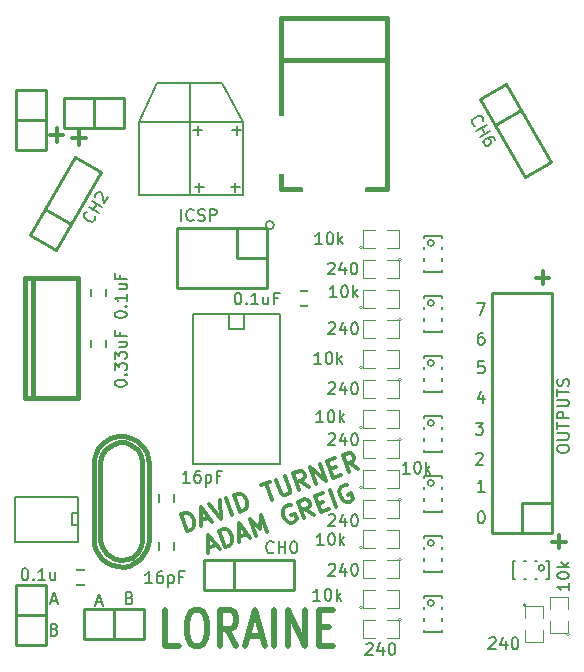
<source format=gto>
%FSLAX46Y46*%
G04 Gerber Fmt 4.6, Leading zero omitted, Abs format (unit mm)*
G04 Created by KiCad (PCBNEW (2014-jul-16 BZR unknown)-product) date Sun 27 Jul 2014 23:18:36 BST*
%MOMM*%
G01*
G04 APERTURE LIST*
%ADD10C,0.100000*%
%ADD11C,0.200000*%
%ADD12C,0.300000*%
%ADD13C,0.500000*%
%ADD14C,0.254000*%
%ADD15C,0.381000*%
%ADD16C,0.127000*%
%ADD17C,0.150000*%
%ADD18C,0.099060*%
%ADD19C,0.203200*%
%ADD20R,2.032000X2.032000*%
%ADD21C,2.032000*%
%ADD22C,2.000000*%
%ADD23R,1.498600X1.300480*%
%ADD24R,1.300480X1.498600*%
%ADD25C,5.500000*%
%ADD26C,5.000000*%
%ADD27R,1.270000X0.508000*%
%ADD28R,3.000000X5.000000*%
%ADD29O,3.000000X5.000000*%
%ADD30R,0.500000X1.000000*%
%ADD31R,1.000000X0.500000*%
%ADD32R,1.397000X0.889000*%
%ADD33R,0.889000X1.397000*%
%ADD34R,0.599440X1.399540*%
%ADD35O,2.032000X2.032000*%
%ADD36R,1.727200X1.727200*%
%ADD37O,1.727200X1.727200*%
G04 APERTURE END LIST*
D10*
D11*
X123930210Y-113030000D02*
G75*
G03X123930210Y-113030000I-359210J0D01*
G74*
G01*
D12*
X104965572Y-105390143D02*
X106108429Y-105390143D01*
X105537000Y-105961571D02*
X105537000Y-104818714D01*
X106870572Y-105644143D02*
X108013429Y-105644143D01*
X107442000Y-106215571D02*
X107442000Y-105072714D01*
D11*
X108803057Y-112282541D02*
X108820487Y-112347590D01*
X108790297Y-112495117D01*
X108742678Y-112577596D01*
X108630010Y-112677505D01*
X108499913Y-112712365D01*
X108393625Y-112705985D01*
X108204858Y-112651986D01*
X108081139Y-112580557D01*
X107939992Y-112444080D01*
X107881323Y-112355222D01*
X107846463Y-112225124D01*
X107876653Y-112077596D01*
X107924272Y-111995117D01*
X108036940Y-111895209D01*
X108101989Y-111877779D01*
X109099821Y-111959007D02*
X108233796Y-111459007D01*
X108646188Y-111697102D02*
X108931903Y-111202230D01*
X109385535Y-111464135D02*
X108519510Y-110964135D01*
X108816274Y-110640600D02*
X108798844Y-110575552D01*
X108805224Y-110469264D01*
X108924272Y-110263067D01*
X109013130Y-110204397D01*
X109078179Y-110186968D01*
X109184467Y-110193347D01*
X109266946Y-110240966D01*
X109366854Y-110353634D01*
X109576011Y-111134221D01*
X109885535Y-110598109D01*
X140950467Y-104609602D02*
X140885418Y-104592172D01*
X140772751Y-104492264D01*
X140725132Y-104409785D01*
X140694942Y-104262257D01*
X140729801Y-104132159D01*
X140788470Y-104043301D01*
X140929618Y-103906824D01*
X141053337Y-103835395D01*
X141242103Y-103781396D01*
X141348391Y-103775016D01*
X141478489Y-103809876D01*
X141591157Y-103909785D01*
X141638776Y-103992264D01*
X141668965Y-104139791D01*
X141651535Y-104204840D01*
X141082274Y-105028374D02*
X141948299Y-104528374D01*
X141535907Y-104766469D02*
X141821621Y-105261341D01*
X141367989Y-105523246D02*
X142234014Y-105023246D01*
X142686395Y-105806793D02*
X142591156Y-105641835D01*
X142502298Y-105583166D01*
X142437249Y-105565736D01*
X142265913Y-105554686D01*
X142077146Y-105608685D01*
X141747231Y-105799162D01*
X141688562Y-105888020D01*
X141671132Y-105953069D01*
X141677512Y-106059357D01*
X141772751Y-106224314D01*
X141861609Y-106282984D01*
X141926658Y-106300413D01*
X142032946Y-106294034D01*
X142239142Y-106174986D01*
X142297812Y-106086127D01*
X142315242Y-106021079D01*
X142308862Y-105914790D01*
X142213623Y-105749833D01*
X142124765Y-105691164D01*
X142059716Y-105673734D01*
X141953427Y-105680114D01*
X123896524Y-140692143D02*
X123848905Y-140739762D01*
X123706048Y-140787381D01*
X123610810Y-140787381D01*
X123467952Y-140739762D01*
X123372714Y-140644524D01*
X123325095Y-140549286D01*
X123277476Y-140358810D01*
X123277476Y-140215952D01*
X123325095Y-140025476D01*
X123372714Y-139930238D01*
X123467952Y-139835000D01*
X123610810Y-139787381D01*
X123706048Y-139787381D01*
X123848905Y-139835000D01*
X123896524Y-139882619D01*
X124325095Y-140787381D02*
X124325095Y-139787381D01*
X124325095Y-140263571D02*
X124896524Y-140263571D01*
X124896524Y-140787381D02*
X124896524Y-139787381D01*
X125563190Y-139787381D02*
X125658429Y-139787381D01*
X125753667Y-139835000D01*
X125801286Y-139882619D01*
X125848905Y-139977857D01*
X125896524Y-140168333D01*
X125896524Y-140406429D01*
X125848905Y-140596905D01*
X125801286Y-140692143D01*
X125753667Y-140739762D01*
X125658429Y-140787381D01*
X125563190Y-140787381D01*
X125467952Y-140739762D01*
X125420333Y-140692143D01*
X125372714Y-140596905D01*
X125325095Y-140406429D01*
X125325095Y-140168333D01*
X125372714Y-139977857D01*
X125420333Y-139882619D01*
X125467952Y-139835000D01*
X125563190Y-139787381D01*
X108854905Y-144946667D02*
X109331096Y-144946667D01*
X108759667Y-145232381D02*
X109093000Y-144232381D01*
X109426334Y-145232381D01*
X111704429Y-144581571D02*
X111847286Y-144629190D01*
X111894905Y-144676810D01*
X111942524Y-144772048D01*
X111942524Y-144914905D01*
X111894905Y-145010143D01*
X111847286Y-145057762D01*
X111752048Y-145105381D01*
X111371095Y-145105381D01*
X111371095Y-144105381D01*
X111704429Y-144105381D01*
X111799667Y-144153000D01*
X111847286Y-144200619D01*
X111894905Y-144295857D01*
X111894905Y-144391095D01*
X111847286Y-144486333D01*
X111799667Y-144533952D01*
X111704429Y-144581571D01*
X111371095Y-144581571D01*
X105354429Y-147248571D02*
X105497286Y-147296190D01*
X105544905Y-147343810D01*
X105592524Y-147439048D01*
X105592524Y-147581905D01*
X105544905Y-147677143D01*
X105497286Y-147724762D01*
X105402048Y-147772381D01*
X105021095Y-147772381D01*
X105021095Y-146772381D01*
X105354429Y-146772381D01*
X105449667Y-146820000D01*
X105497286Y-146867619D01*
X105544905Y-146962857D01*
X105544905Y-147058095D01*
X105497286Y-147153333D01*
X105449667Y-147200952D01*
X105354429Y-147248571D01*
X105021095Y-147248571D01*
X105044905Y-144819667D02*
X105521096Y-144819667D01*
X104949667Y-145105381D02*
X105283000Y-144105381D01*
X105616334Y-145105381D01*
X141017667Y-129754381D02*
X141636715Y-129754381D01*
X141303381Y-130135333D01*
X141446239Y-130135333D01*
X141541477Y-130182952D01*
X141589096Y-130230571D01*
X141636715Y-130325810D01*
X141636715Y-130563905D01*
X141589096Y-130659143D01*
X141541477Y-130706762D01*
X141446239Y-130754381D01*
X141160524Y-130754381D01*
X141065286Y-130706762D01*
X141017667Y-130659143D01*
X141668477Y-127420714D02*
X141668477Y-128087381D01*
X141430381Y-127039762D02*
X141192286Y-127754048D01*
X141811334Y-127754048D01*
X141430381Y-137247381D02*
X141525620Y-137247381D01*
X141620858Y-137295000D01*
X141668477Y-137342619D01*
X141716096Y-137437857D01*
X141763715Y-137628333D01*
X141763715Y-137866429D01*
X141716096Y-138056905D01*
X141668477Y-138152143D01*
X141620858Y-138199762D01*
X141525620Y-138247381D01*
X141430381Y-138247381D01*
X141335143Y-138199762D01*
X141287524Y-138152143D01*
X141239905Y-138056905D01*
X141192286Y-137866429D01*
X141192286Y-137628333D01*
X141239905Y-137437857D01*
X141287524Y-137342619D01*
X141335143Y-137295000D01*
X141430381Y-137247381D01*
X141763715Y-135580381D02*
X141192286Y-135580381D01*
X141478000Y-135580381D02*
X141478000Y-134580381D01*
X141382762Y-134723238D01*
X141287524Y-134818476D01*
X141192286Y-134866095D01*
X141065286Y-132389619D02*
X141112905Y-132342000D01*
X141208143Y-132294381D01*
X141446239Y-132294381D01*
X141541477Y-132342000D01*
X141589096Y-132389619D01*
X141636715Y-132484857D01*
X141636715Y-132580095D01*
X141589096Y-132722952D01*
X141017667Y-133294381D01*
X141636715Y-133294381D01*
X141716096Y-124547381D02*
X141239905Y-124547381D01*
X141192286Y-125023571D01*
X141239905Y-124975952D01*
X141335143Y-124928333D01*
X141573239Y-124928333D01*
X141668477Y-124975952D01*
X141716096Y-125023571D01*
X141763715Y-125118810D01*
X141763715Y-125356905D01*
X141716096Y-125452143D01*
X141668477Y-125499762D01*
X141573239Y-125547381D01*
X141335143Y-125547381D01*
X141239905Y-125499762D01*
X141192286Y-125452143D01*
X141668477Y-122134381D02*
X141478000Y-122134381D01*
X141382762Y-122182000D01*
X141335143Y-122229619D01*
X141239905Y-122372476D01*
X141192286Y-122562952D01*
X141192286Y-122943905D01*
X141239905Y-123039143D01*
X141287524Y-123086762D01*
X141382762Y-123134381D01*
X141573239Y-123134381D01*
X141668477Y-123086762D01*
X141716096Y-123039143D01*
X141763715Y-122943905D01*
X141763715Y-122705810D01*
X141716096Y-122610571D01*
X141668477Y-122562952D01*
X141573239Y-122515333D01*
X141382762Y-122515333D01*
X141287524Y-122562952D01*
X141239905Y-122610571D01*
X141192286Y-122705810D01*
X141144667Y-119594381D02*
X141811334Y-119594381D01*
X141382762Y-120594381D01*
D12*
X116558164Y-138915243D02*
X116045134Y-137505704D01*
X116380739Y-137383554D01*
X116606531Y-137377386D01*
X116789634Y-137462767D01*
X116905614Y-137572579D01*
X117070456Y-137816633D01*
X117143745Y-138017995D01*
X117174344Y-138310909D01*
X117156084Y-138469581D01*
X117070701Y-138652683D01*
X116893769Y-138793093D01*
X116558164Y-138915243D01*
X117754002Y-138023918D02*
X118425211Y-137779618D01*
X117766340Y-138475503D02*
X117723156Y-136894954D01*
X118706033Y-138133483D01*
X118461486Y-136626224D02*
X119444363Y-137864753D01*
X119401179Y-136284204D01*
X120384055Y-137522733D02*
X119871025Y-136113194D01*
X121055265Y-137278433D02*
X120542234Y-135868894D01*
X120877839Y-135746743D01*
X121103631Y-135740575D01*
X121286734Y-135825956D01*
X121402714Y-135935768D01*
X121567556Y-136179822D01*
X121640845Y-136381184D01*
X121671444Y-136674099D01*
X121653184Y-136832770D01*
X121567801Y-137015872D01*
X121390869Y-137156282D01*
X121055265Y-137278433D01*
X122824345Y-135038273D02*
X123629796Y-134745113D01*
X123740101Y-136301232D02*
X123227071Y-134891693D01*
X124099642Y-134574103D02*
X124514952Y-135715159D01*
X124630932Y-135824971D01*
X124722484Y-135867662D01*
X124881155Y-135885922D01*
X125149639Y-135788202D01*
X125259452Y-135672222D01*
X125302142Y-135580670D01*
X125320403Y-135421999D01*
X124905093Y-134280943D01*
X126894783Y-135153022D02*
X126180637Y-134652823D01*
X126089332Y-135446182D02*
X125576302Y-134036643D01*
X126113269Y-133841203D01*
X126271942Y-133859464D01*
X126363492Y-133902155D01*
X126479473Y-134011967D01*
X126552763Y-134213329D01*
X126534502Y-134372002D01*
X126491812Y-134463552D01*
X126381999Y-134579533D01*
X125845032Y-134774973D01*
X127498871Y-134933151D02*
X126985841Y-133523613D01*
X128304322Y-134639991D01*
X127791292Y-133230452D01*
X128706801Y-133657361D02*
X129176648Y-133486351D01*
X129646741Y-134151391D02*
X128975531Y-134395691D01*
X128462501Y-132986152D01*
X129133711Y-132741852D01*
X131056280Y-133638361D02*
X130342134Y-133138162D01*
X130250829Y-133931521D02*
X129737799Y-132521982D01*
X130274765Y-132326542D01*
X130433438Y-132344803D01*
X130524988Y-132387495D01*
X130640970Y-132497306D01*
X130714260Y-132698668D01*
X130695999Y-132857341D01*
X130653308Y-132948891D01*
X130543496Y-133064873D01*
X130006529Y-133260313D01*
X118373487Y-140352470D02*
X119044696Y-140108170D01*
X118385825Y-140804055D02*
X118342642Y-139223506D01*
X119325518Y-140462035D01*
X119795364Y-140291025D02*
X119282334Y-138881486D01*
X119617939Y-138759336D01*
X119843731Y-138753167D01*
X120026834Y-138838549D01*
X120142814Y-138948361D01*
X120307655Y-139192415D01*
X120380945Y-139393777D01*
X120411544Y-139686691D01*
X120393284Y-139845363D01*
X120307901Y-140028465D01*
X120130969Y-140168875D01*
X119795364Y-140291025D01*
X120991202Y-139399700D02*
X121662411Y-139155400D01*
X121003540Y-139851285D02*
X120960356Y-138270736D01*
X121943233Y-139509265D01*
X122413079Y-139338255D02*
X121900049Y-137928716D01*
X122736346Y-138764520D01*
X122839742Y-137586696D01*
X123352772Y-138996234D01*
X125347645Y-136749907D02*
X125188973Y-136731645D01*
X124987610Y-136804935D01*
X124810678Y-136945346D01*
X124725296Y-137128448D01*
X124707035Y-137287120D01*
X124737634Y-137580034D01*
X124810924Y-137781396D01*
X124975766Y-138025450D01*
X125091746Y-138135262D01*
X125274849Y-138220644D01*
X125500640Y-138214474D01*
X125634882Y-138165614D01*
X125811815Y-138025204D01*
X125854506Y-137933652D01*
X125683496Y-137463806D01*
X125415012Y-137561526D01*
X127312905Y-137554864D02*
X126598759Y-137054666D01*
X126507454Y-137848024D02*
X125994424Y-136438485D01*
X126531391Y-136243045D01*
X126690064Y-136261306D01*
X126781614Y-136303998D01*
X126897595Y-136413809D01*
X126970885Y-136615171D01*
X126952624Y-136773844D01*
X126909934Y-136865394D01*
X126800121Y-136981376D01*
X126263155Y-137176816D01*
X127648263Y-136596664D02*
X128118110Y-136425654D01*
X128588203Y-137090694D02*
X127916993Y-137334994D01*
X127403963Y-135925455D01*
X128075172Y-135681155D01*
X129192291Y-136870824D02*
X128679260Y-135461285D01*
X130113229Y-135015376D02*
X129954558Y-134997114D01*
X129753195Y-135070404D01*
X129576263Y-135210816D01*
X129490880Y-135393918D01*
X129472620Y-135552589D01*
X129503219Y-135845503D01*
X129576509Y-136046865D01*
X129741350Y-136290920D01*
X129857330Y-136400731D01*
X130040433Y-136486113D01*
X130266225Y-136479943D01*
X130400467Y-136431083D01*
X130577400Y-136290673D01*
X130620091Y-136199121D01*
X130449081Y-135729275D01*
X130180596Y-135826995D01*
D13*
X115874742Y-148626343D02*
X114684266Y-148626343D01*
X114684266Y-145626343D01*
X117184267Y-145626343D02*
X117660457Y-145626343D01*
X117898552Y-145769200D01*
X118136648Y-146054914D01*
X118255695Y-146626343D01*
X118255695Y-147626343D01*
X118136648Y-148197771D01*
X117898552Y-148483486D01*
X117660457Y-148626343D01*
X117184267Y-148626343D01*
X116946171Y-148483486D01*
X116708076Y-148197771D01*
X116589028Y-147626343D01*
X116589028Y-146626343D01*
X116708076Y-146054914D01*
X116946171Y-145769200D01*
X117184267Y-145626343D01*
X120755696Y-148626343D02*
X119922362Y-147197771D01*
X119327124Y-148626343D02*
X119327124Y-145626343D01*
X120279505Y-145626343D01*
X120517600Y-145769200D01*
X120636648Y-145912057D01*
X120755696Y-146197771D01*
X120755696Y-146626343D01*
X120636648Y-146912057D01*
X120517600Y-147054914D01*
X120279505Y-147197771D01*
X119327124Y-147197771D01*
X121708076Y-147769200D02*
X122898553Y-147769200D01*
X121469981Y-148626343D02*
X122303315Y-145626343D01*
X123136648Y-148626343D01*
X123969981Y-148626343D02*
X123969981Y-145626343D01*
X125160457Y-148626343D02*
X125160457Y-145626343D01*
X126589029Y-148626343D01*
X126589029Y-145626343D01*
X127779505Y-147054914D02*
X128612838Y-147054914D01*
X128969981Y-148626343D02*
X127779505Y-148626343D01*
X127779505Y-145626343D01*
X128969981Y-145626343D01*
D12*
X146113572Y-117455143D02*
X147256429Y-117455143D01*
X146685000Y-118026571D02*
X146685000Y-116883714D01*
X147510572Y-139807143D02*
X148653429Y-139807143D01*
X148082000Y-140378571D02*
X148082000Y-139235714D01*
D14*
X123317000Y-115824000D02*
X120777000Y-115824000D01*
X120777000Y-115824000D02*
X120777000Y-113284000D01*
X123317000Y-113284000D02*
X115697000Y-113284000D01*
X115697000Y-113284000D02*
X115697000Y-118364000D01*
X115697000Y-118364000D02*
X120777000Y-118364000D01*
X123317000Y-113284000D02*
X123317000Y-115824000D01*
X123317000Y-118364000D02*
X123317000Y-115824000D01*
X120777000Y-118364000D02*
X123317000Y-118364000D01*
D15*
X103505000Y-127635000D02*
X102870000Y-127635000D01*
X102870000Y-127635000D02*
X102870000Y-117475000D01*
X102870000Y-117475000D02*
X103505000Y-117475000D01*
X107315000Y-127635000D02*
X103505000Y-127635000D01*
X103505000Y-127635000D02*
X103505000Y-117475000D01*
X103505000Y-117475000D02*
X107315000Y-117475000D01*
X107315000Y-117475000D02*
X107315000Y-127635000D01*
X111998760Y-141097000D02*
X111597440Y-141297660D01*
X111597440Y-141297660D02*
X110998000Y-141399260D01*
X110998000Y-141399260D02*
X110497620Y-141297660D01*
X110497620Y-141297660D02*
X109799120Y-140898880D01*
X109799120Y-140898880D02*
X109397800Y-140296900D01*
X109397800Y-140296900D02*
X109197140Y-139697460D01*
X109197140Y-139697460D02*
X109197140Y-133098540D01*
X109197140Y-133098540D02*
X109397800Y-132397500D01*
X109397800Y-132397500D02*
X109697520Y-131998720D01*
X109697520Y-131998720D02*
X110197900Y-131597400D01*
X110197900Y-131597400D02*
X110797340Y-131396740D01*
X110797340Y-131396740D02*
X111297720Y-131396740D01*
X111297720Y-131396740D02*
X111798100Y-131597400D01*
X111798100Y-131597400D02*
X112397540Y-132097780D01*
X112397540Y-132097780D02*
X112697260Y-132598160D01*
X112697260Y-132598160D02*
X112798860Y-133098540D01*
X112798860Y-133197600D02*
X112798860Y-139799060D01*
X112798860Y-139799060D02*
X112697260Y-140197840D01*
X112697260Y-140197840D02*
X112397540Y-140698220D01*
X112397540Y-140698220D02*
X111897160Y-141198600D01*
X113327180Y-133207760D02*
X113278920Y-132748020D01*
X113278920Y-132748020D02*
X113167160Y-132349240D01*
X113167160Y-132349240D02*
X112948720Y-131917440D01*
X112948720Y-131917440D02*
X112717580Y-131627880D01*
X112717580Y-131627880D02*
X112367060Y-131297680D01*
X112367060Y-131297680D02*
X111828580Y-131008120D01*
X111828580Y-131008120D02*
X111229140Y-130878580D01*
X111229140Y-130878580D02*
X110718600Y-130878580D01*
X110718600Y-130878580D02*
X110017560Y-131048760D01*
X110017560Y-131048760D02*
X109428280Y-131447540D01*
X109428280Y-131447540D02*
X109057440Y-131907280D01*
X109057440Y-131907280D02*
X108849160Y-132328920D01*
X108849160Y-132328920D02*
X108689140Y-132778500D01*
X108689140Y-132778500D02*
X108658660Y-133217920D01*
X108877100Y-140558520D02*
X109098080Y-140936980D01*
X109098080Y-140936980D02*
X109377480Y-141257020D01*
X109377480Y-141257020D02*
X109707680Y-141508480D01*
X109707680Y-141508480D02*
X110258860Y-141808200D01*
X110258860Y-141808200D02*
X110728760Y-141917420D01*
X110728760Y-141917420D02*
X111188500Y-141937740D01*
X111188500Y-141937740D02*
X111648240Y-141848840D01*
X111648240Y-141848840D02*
X112097820Y-141658340D01*
X112097820Y-141658340D02*
X112567720Y-141297660D01*
X112567720Y-141297660D02*
X112887760Y-140947140D01*
X112887760Y-140947140D02*
X113118900Y-140558520D01*
X113118900Y-140558520D02*
X113258600Y-140129260D01*
X113258600Y-140129260D02*
X113327180Y-139687300D01*
X108668820Y-133197600D02*
X108668820Y-139649200D01*
X108668820Y-139649200D02*
X108706920Y-140068300D01*
X108706920Y-140068300D02*
X108877100Y-140558520D01*
X113327180Y-133197600D02*
X113327180Y-139649200D01*
D14*
X120514000Y-143914000D02*
X125594000Y-143914000D01*
X125594000Y-143914000D02*
X125594000Y-141374000D01*
X125594000Y-141374000D02*
X120514000Y-141374000D01*
X117974000Y-141374000D02*
X120514000Y-141374000D01*
X120514000Y-141374000D02*
X120514000Y-143914000D01*
X117974000Y-141374000D02*
X117974000Y-143914000D01*
X117974000Y-143914000D02*
X120514000Y-143914000D01*
X142655148Y-104535148D02*
X145195148Y-108934557D01*
X145195148Y-108934557D02*
X147394852Y-107664557D01*
X147394852Y-107664557D02*
X144854852Y-103265148D01*
X143584852Y-101065443D02*
X144854852Y-103265148D01*
X144854852Y-103265148D02*
X142655148Y-104535148D01*
X143584852Y-101065443D02*
X141385148Y-102335443D01*
X141385148Y-102335443D02*
X142655148Y-104535148D01*
X106754852Y-112882852D02*
X109294852Y-108483443D01*
X109294852Y-108483443D02*
X107095148Y-107213443D01*
X107095148Y-107213443D02*
X104555148Y-111612852D01*
X103285148Y-113812557D02*
X104555148Y-111612852D01*
X104555148Y-111612852D02*
X106754852Y-112882852D01*
X103285148Y-113812557D02*
X105484852Y-115082557D01*
X105484852Y-115082557D02*
X106754852Y-112882852D01*
D16*
X114173000Y-135509000D02*
X115443000Y-135509000D01*
X114173000Y-136779000D02*
X115417600Y-136779000D01*
X114173000Y-137160000D02*
X114173000Y-135128000D01*
X114173000Y-135128000D02*
X115443000Y-135128000D01*
X115443000Y-135128000D02*
X115443000Y-137160000D01*
X115443000Y-137160000D02*
X114173000Y-137160000D01*
X115443000Y-140843000D02*
X114173000Y-140843000D01*
X115443000Y-139573000D02*
X114198400Y-139573000D01*
X115443000Y-139192000D02*
X115443000Y-141224000D01*
X115443000Y-141224000D02*
X114173000Y-141224000D01*
X114173000Y-141224000D02*
X114173000Y-139192000D01*
X114173000Y-139192000D02*
X115443000Y-139192000D01*
X109728000Y-123698000D02*
X108458000Y-123698000D01*
X109728000Y-122428000D02*
X108483400Y-122428000D01*
X109728000Y-122047000D02*
X109728000Y-124079000D01*
X109728000Y-124079000D02*
X108458000Y-124079000D01*
X108458000Y-124079000D02*
X108458000Y-122047000D01*
X108458000Y-122047000D02*
X109728000Y-122047000D01*
X108204000Y-142240000D02*
X108204000Y-143510000D01*
X106934000Y-142240000D02*
X106934000Y-143484600D01*
X106553000Y-142240000D02*
X108585000Y-142240000D01*
X108585000Y-142240000D02*
X108585000Y-143510000D01*
X108585000Y-143510000D02*
X106553000Y-143510000D01*
X106553000Y-143510000D02*
X106553000Y-142240000D01*
X108458000Y-118110000D02*
X109728000Y-118110000D01*
X108458000Y-119380000D02*
X109702600Y-119380000D01*
X108458000Y-119761000D02*
X108458000Y-117729000D01*
X108458000Y-117729000D02*
X109728000Y-117729000D01*
X109728000Y-117729000D02*
X109728000Y-119761000D01*
X109728000Y-119761000D02*
X108458000Y-119761000D01*
X127127000Y-118618000D02*
X127127000Y-119888000D01*
X125857000Y-118618000D02*
X125857000Y-119862600D01*
X125476000Y-118618000D02*
X127508000Y-118618000D01*
X127508000Y-118618000D02*
X127508000Y-119888000D01*
X127508000Y-119888000D02*
X125476000Y-119888000D01*
X125476000Y-119888000D02*
X125476000Y-118618000D01*
D15*
X133532880Y-98996500D02*
X124531120Y-98996500D01*
X133532880Y-95496380D02*
X124531120Y-95496380D01*
X124531120Y-95496380D02*
X124531120Y-109997240D01*
X124531120Y-109997240D02*
X133532880Y-109997240D01*
X133532880Y-109997240D02*
X133532880Y-95496380D01*
D16*
X117094000Y-133223000D02*
X124460000Y-133223000D01*
X124460000Y-120523000D02*
X117094000Y-120523000D01*
X117094000Y-133223000D02*
X117094000Y-120523000D01*
X124460000Y-120523000D02*
X124460000Y-133223000D01*
X121412000Y-120523000D02*
X121412000Y-121793000D01*
X121412000Y-121793000D02*
X120142000Y-121793000D01*
X120142000Y-121793000D02*
X120142000Y-120523000D01*
D17*
X112522000Y-104267000D02*
X121285000Y-104267000D01*
X116840000Y-100965000D02*
X116840000Y-110490000D01*
X121285000Y-110490000D02*
X121285000Y-104267000D01*
X121285000Y-104267000D02*
X119507000Y-100965000D01*
X119507000Y-100965000D02*
X116840000Y-100965000D01*
X112522000Y-110490000D02*
X112522000Y-104267000D01*
X112522000Y-104267000D02*
X114046000Y-100965000D01*
X114046000Y-100965000D02*
X116840000Y-100965000D01*
X121285000Y-110490000D02*
X112522000Y-110490000D01*
X146837400Y-142036800D02*
G75*
G03X146837400Y-142036800I-254000J0D01*
G74*
G01*
X145288000Y-141478000D02*
X145097500Y-141478000D01*
X146240500Y-141478000D02*
X146050000Y-141478000D01*
X145288000Y-143002000D02*
X145097500Y-143002000D01*
X146240500Y-143002000D02*
X146050000Y-143002000D01*
X144145000Y-141478000D02*
X144335500Y-141478000D01*
X144145000Y-143002000D02*
X144335500Y-143002000D01*
X147193000Y-141478000D02*
X147002500Y-141478000D01*
X147193000Y-143002000D02*
X147002500Y-143002000D01*
X144145000Y-143002000D02*
X144145000Y-141478000D01*
X147193000Y-143002000D02*
X147193000Y-141478000D01*
X137464800Y-145008600D02*
G75*
G03X137464800Y-145008600I-254000J0D01*
G74*
G01*
X136652000Y-146304000D02*
X136652000Y-146494500D01*
X136652000Y-145351500D02*
X136652000Y-145542000D01*
X138176000Y-146304000D02*
X138176000Y-146494500D01*
X138176000Y-145351500D02*
X138176000Y-145542000D01*
X136652000Y-147447000D02*
X136652000Y-147256500D01*
X138176000Y-147447000D02*
X138176000Y-147256500D01*
X136652000Y-144399000D02*
X136652000Y-144589500D01*
X138176000Y-144399000D02*
X138176000Y-144589500D01*
X138176000Y-147447000D02*
X136652000Y-147447000D01*
X138176000Y-144399000D02*
X136652000Y-144399000D01*
X137464800Y-139928600D02*
G75*
G03X137464800Y-139928600I-254000J0D01*
G74*
G01*
X136652000Y-141224000D02*
X136652000Y-141414500D01*
X136652000Y-140271500D02*
X136652000Y-140462000D01*
X138176000Y-141224000D02*
X138176000Y-141414500D01*
X138176000Y-140271500D02*
X138176000Y-140462000D01*
X136652000Y-142367000D02*
X136652000Y-142176500D01*
X138176000Y-142367000D02*
X138176000Y-142176500D01*
X136652000Y-139319000D02*
X136652000Y-139509500D01*
X138176000Y-139319000D02*
X138176000Y-139509500D01*
X138176000Y-142367000D02*
X136652000Y-142367000D01*
X138176000Y-139319000D02*
X136652000Y-139319000D01*
X137464800Y-134848600D02*
G75*
G03X137464800Y-134848600I-254000J0D01*
G74*
G01*
X136652000Y-136144000D02*
X136652000Y-136334500D01*
X136652000Y-135191500D02*
X136652000Y-135382000D01*
X138176000Y-136144000D02*
X138176000Y-136334500D01*
X138176000Y-135191500D02*
X138176000Y-135382000D01*
X136652000Y-137287000D02*
X136652000Y-137096500D01*
X138176000Y-137287000D02*
X138176000Y-137096500D01*
X136652000Y-134239000D02*
X136652000Y-134429500D01*
X138176000Y-134239000D02*
X138176000Y-134429500D01*
X138176000Y-137287000D02*
X136652000Y-137287000D01*
X138176000Y-134239000D02*
X136652000Y-134239000D01*
X137464800Y-129768600D02*
G75*
G03X137464800Y-129768600I-254000J0D01*
G74*
G01*
X136652000Y-131064000D02*
X136652000Y-131254500D01*
X136652000Y-130111500D02*
X136652000Y-130302000D01*
X138176000Y-131064000D02*
X138176000Y-131254500D01*
X138176000Y-130111500D02*
X138176000Y-130302000D01*
X136652000Y-132207000D02*
X136652000Y-132016500D01*
X138176000Y-132207000D02*
X138176000Y-132016500D01*
X136652000Y-129159000D02*
X136652000Y-129349500D01*
X138176000Y-129159000D02*
X138176000Y-129349500D01*
X138176000Y-132207000D02*
X136652000Y-132207000D01*
X138176000Y-129159000D02*
X136652000Y-129159000D01*
X137464800Y-124688600D02*
G75*
G03X137464800Y-124688600I-254000J0D01*
G74*
G01*
X136652000Y-125984000D02*
X136652000Y-126174500D01*
X136652000Y-125031500D02*
X136652000Y-125222000D01*
X138176000Y-125984000D02*
X138176000Y-126174500D01*
X138176000Y-125031500D02*
X138176000Y-125222000D01*
X136652000Y-127127000D02*
X136652000Y-126936500D01*
X138176000Y-127127000D02*
X138176000Y-126936500D01*
X136652000Y-124079000D02*
X136652000Y-124269500D01*
X138176000Y-124079000D02*
X138176000Y-124269500D01*
X138176000Y-127127000D02*
X136652000Y-127127000D01*
X138176000Y-124079000D02*
X136652000Y-124079000D01*
X137464800Y-119608600D02*
G75*
G03X137464800Y-119608600I-254000J0D01*
G74*
G01*
X136652000Y-120904000D02*
X136652000Y-121094500D01*
X136652000Y-119951500D02*
X136652000Y-120142000D01*
X138176000Y-120904000D02*
X138176000Y-121094500D01*
X138176000Y-119951500D02*
X138176000Y-120142000D01*
X136652000Y-122047000D02*
X136652000Y-121856500D01*
X138176000Y-122047000D02*
X138176000Y-121856500D01*
X136652000Y-118999000D02*
X136652000Y-119189500D01*
X138176000Y-118999000D02*
X138176000Y-119189500D01*
X138176000Y-122047000D02*
X136652000Y-122047000D01*
X138176000Y-118999000D02*
X136652000Y-118999000D01*
X137464800Y-114528600D02*
G75*
G03X137464800Y-114528600I-254000J0D01*
G74*
G01*
X136652000Y-115824000D02*
X136652000Y-116014500D01*
X136652000Y-114871500D02*
X136652000Y-115062000D01*
X138176000Y-115824000D02*
X138176000Y-116014500D01*
X138176000Y-114871500D02*
X138176000Y-115062000D01*
X136652000Y-116967000D02*
X136652000Y-116776500D01*
X138176000Y-116967000D02*
X138176000Y-116776500D01*
X136652000Y-113919000D02*
X136652000Y-114109500D01*
X138176000Y-113919000D02*
X138176000Y-114109500D01*
X138176000Y-116967000D02*
X136652000Y-116967000D01*
X138176000Y-113919000D02*
X136652000Y-113919000D01*
D18*
X145288000Y-145161000D02*
G75*
G03X145288000Y-145161000I-127000J0D01*
G74*
G01*
X145161000Y-146304000D02*
X145161000Y-145288000D01*
X145161000Y-145288000D02*
X146685000Y-145288000D01*
X146685000Y-145288000D02*
X146685000Y-146304000D01*
X146685000Y-147320000D02*
X146685000Y-148336000D01*
X146685000Y-148336000D02*
X145161000Y-148336000D01*
X145161000Y-148336000D02*
X145161000Y-147320000D01*
X134747000Y-146431000D02*
G75*
G03X134747000Y-146431000I-127000J0D01*
G74*
G01*
X133477000Y-146431000D02*
X134493000Y-146431000D01*
X134493000Y-146431000D02*
X134493000Y-147955000D01*
X134493000Y-147955000D02*
X133477000Y-147955000D01*
X132461000Y-147955000D02*
X131445000Y-147955000D01*
X131445000Y-147955000D02*
X131445000Y-146431000D01*
X131445000Y-146431000D02*
X132461000Y-146431000D01*
X134747000Y-141351000D02*
G75*
G03X134747000Y-141351000I-127000J0D01*
G74*
G01*
X133477000Y-141351000D02*
X134493000Y-141351000D01*
X134493000Y-141351000D02*
X134493000Y-142875000D01*
X134493000Y-142875000D02*
X133477000Y-142875000D01*
X132461000Y-142875000D02*
X131445000Y-142875000D01*
X131445000Y-142875000D02*
X131445000Y-141351000D01*
X131445000Y-141351000D02*
X132461000Y-141351000D01*
X134747000Y-136271000D02*
G75*
G03X134747000Y-136271000I-127000J0D01*
G74*
G01*
X133477000Y-136271000D02*
X134493000Y-136271000D01*
X134493000Y-136271000D02*
X134493000Y-137795000D01*
X134493000Y-137795000D02*
X133477000Y-137795000D01*
X132461000Y-137795000D02*
X131445000Y-137795000D01*
X131445000Y-137795000D02*
X131445000Y-136271000D01*
X131445000Y-136271000D02*
X132461000Y-136271000D01*
X134747000Y-131191000D02*
G75*
G03X134747000Y-131191000I-127000J0D01*
G74*
G01*
X133477000Y-131191000D02*
X134493000Y-131191000D01*
X134493000Y-131191000D02*
X134493000Y-132715000D01*
X134493000Y-132715000D02*
X133477000Y-132715000D01*
X132461000Y-132715000D02*
X131445000Y-132715000D01*
X131445000Y-132715000D02*
X131445000Y-131191000D01*
X131445000Y-131191000D02*
X132461000Y-131191000D01*
X134747000Y-126111000D02*
G75*
G03X134747000Y-126111000I-127000J0D01*
G74*
G01*
X133477000Y-126111000D02*
X134493000Y-126111000D01*
X134493000Y-126111000D02*
X134493000Y-127635000D01*
X134493000Y-127635000D02*
X133477000Y-127635000D01*
X132461000Y-127635000D02*
X131445000Y-127635000D01*
X131445000Y-127635000D02*
X131445000Y-126111000D01*
X131445000Y-126111000D02*
X132461000Y-126111000D01*
X134747000Y-121031000D02*
G75*
G03X134747000Y-121031000I-127000J0D01*
G74*
G01*
X133477000Y-121031000D02*
X134493000Y-121031000D01*
X134493000Y-121031000D02*
X134493000Y-122555000D01*
X134493000Y-122555000D02*
X133477000Y-122555000D01*
X132461000Y-122555000D02*
X131445000Y-122555000D01*
X131445000Y-122555000D02*
X131445000Y-121031000D01*
X131445000Y-121031000D02*
X132461000Y-121031000D01*
X134747000Y-115951000D02*
G75*
G03X134747000Y-115951000I-127000J0D01*
G74*
G01*
X133477000Y-115951000D02*
X134493000Y-115951000D01*
X134493000Y-115951000D02*
X134493000Y-117475000D01*
X134493000Y-117475000D02*
X133477000Y-117475000D01*
X132461000Y-117475000D02*
X131445000Y-117475000D01*
X131445000Y-117475000D02*
X131445000Y-115951000D01*
X131445000Y-115951000D02*
X132461000Y-115951000D01*
X148971000Y-147701000D02*
G75*
G03X148971000Y-147701000I-127000J0D01*
G74*
G01*
X148844000Y-146558000D02*
X148844000Y-147574000D01*
X148844000Y-147574000D02*
X147320000Y-147574000D01*
X147320000Y-147574000D02*
X147320000Y-146558000D01*
X147320000Y-145542000D02*
X147320000Y-144526000D01*
X147320000Y-144526000D02*
X148844000Y-144526000D01*
X148844000Y-144526000D02*
X148844000Y-145542000D01*
X131445000Y-145415000D02*
G75*
G03X131445000Y-145415000I-127000J0D01*
G74*
G01*
X132461000Y-145415000D02*
X131445000Y-145415000D01*
X131445000Y-145415000D02*
X131445000Y-143891000D01*
X131445000Y-143891000D02*
X132461000Y-143891000D01*
X133477000Y-143891000D02*
X134493000Y-143891000D01*
X134493000Y-143891000D02*
X134493000Y-145415000D01*
X134493000Y-145415000D02*
X133477000Y-145415000D01*
X131445000Y-140335000D02*
G75*
G03X131445000Y-140335000I-127000J0D01*
G74*
G01*
X132461000Y-140335000D02*
X131445000Y-140335000D01*
X131445000Y-140335000D02*
X131445000Y-138811000D01*
X131445000Y-138811000D02*
X132461000Y-138811000D01*
X133477000Y-138811000D02*
X134493000Y-138811000D01*
X134493000Y-138811000D02*
X134493000Y-140335000D01*
X134493000Y-140335000D02*
X133477000Y-140335000D01*
X131445000Y-135255000D02*
G75*
G03X131445000Y-135255000I-127000J0D01*
G74*
G01*
X132461000Y-135255000D02*
X131445000Y-135255000D01*
X131445000Y-135255000D02*
X131445000Y-133731000D01*
X131445000Y-133731000D02*
X132461000Y-133731000D01*
X133477000Y-133731000D02*
X134493000Y-133731000D01*
X134493000Y-133731000D02*
X134493000Y-135255000D01*
X134493000Y-135255000D02*
X133477000Y-135255000D01*
X131445000Y-130175000D02*
G75*
G03X131445000Y-130175000I-127000J0D01*
G74*
G01*
X132461000Y-130175000D02*
X131445000Y-130175000D01*
X131445000Y-130175000D02*
X131445000Y-128651000D01*
X131445000Y-128651000D02*
X132461000Y-128651000D01*
X133477000Y-128651000D02*
X134493000Y-128651000D01*
X134493000Y-128651000D02*
X134493000Y-130175000D01*
X134493000Y-130175000D02*
X133477000Y-130175000D01*
X131445000Y-125095000D02*
G75*
G03X131445000Y-125095000I-127000J0D01*
G74*
G01*
X132461000Y-125095000D02*
X131445000Y-125095000D01*
X131445000Y-125095000D02*
X131445000Y-123571000D01*
X131445000Y-123571000D02*
X132461000Y-123571000D01*
X133477000Y-123571000D02*
X134493000Y-123571000D01*
X134493000Y-123571000D02*
X134493000Y-125095000D01*
X134493000Y-125095000D02*
X133477000Y-125095000D01*
X131445000Y-120015000D02*
G75*
G03X131445000Y-120015000I-127000J0D01*
G74*
G01*
X132461000Y-120015000D02*
X131445000Y-120015000D01*
X131445000Y-120015000D02*
X131445000Y-118491000D01*
X131445000Y-118491000D02*
X132461000Y-118491000D01*
X133477000Y-118491000D02*
X134493000Y-118491000D01*
X134493000Y-118491000D02*
X134493000Y-120015000D01*
X134493000Y-120015000D02*
X133477000Y-120015000D01*
X131445000Y-114935000D02*
G75*
G03X131445000Y-114935000I-127000J0D01*
G74*
G01*
X132461000Y-114935000D02*
X131445000Y-114935000D01*
X131445000Y-114935000D02*
X131445000Y-113411000D01*
X131445000Y-113411000D02*
X132461000Y-113411000D01*
X133477000Y-113411000D02*
X134493000Y-113411000D01*
X134493000Y-113411000D02*
X134493000Y-114935000D01*
X134493000Y-114935000D02*
X133477000Y-114935000D01*
D16*
X107315000Y-136144000D02*
X107315000Y-136017000D01*
X107315000Y-136017000D02*
X101981000Y-136017000D01*
X101981000Y-139827000D02*
X107315000Y-139827000D01*
X107315000Y-139827000D02*
X107315000Y-136144000D01*
X107315000Y-138430000D02*
X106807000Y-138430000D01*
X106807000Y-138430000D02*
X106807000Y-137414000D01*
X106807000Y-137414000D02*
X107315000Y-137414000D01*
X101981000Y-139827000D02*
X101981000Y-136017000D01*
D14*
X104648000Y-104140000D02*
X102108000Y-104140000D01*
X104648000Y-101600000D02*
X102108000Y-101600000D01*
X102108000Y-101600000D02*
X102108000Y-104140000D01*
X102108000Y-104140000D02*
X102108000Y-106680000D01*
X102108000Y-106680000D02*
X104648000Y-106680000D01*
X104648000Y-106680000D02*
X104648000Y-101600000D01*
X108712000Y-104775000D02*
X108712000Y-102235000D01*
X111252000Y-104775000D02*
X111252000Y-102235000D01*
X111252000Y-102235000D02*
X108712000Y-102235000D01*
X108712000Y-102235000D02*
X106172000Y-102235000D01*
X106172000Y-102235000D02*
X106172000Y-104775000D01*
X106172000Y-104775000D02*
X111252000Y-104775000D01*
X104648000Y-146050000D02*
X102108000Y-146050000D01*
X104648000Y-143510000D02*
X102108000Y-143510000D01*
X102108000Y-143510000D02*
X102108000Y-146050000D01*
X102108000Y-146050000D02*
X102108000Y-148590000D01*
X102108000Y-148590000D02*
X104648000Y-148590000D01*
X104648000Y-148590000D02*
X104648000Y-143510000D01*
X110363000Y-145542000D02*
X110363000Y-148082000D01*
X107823000Y-145542000D02*
X107823000Y-148082000D01*
X107823000Y-148082000D02*
X110363000Y-148082000D01*
X110363000Y-148082000D02*
X112903000Y-148082000D01*
X112903000Y-148082000D02*
X112903000Y-145542000D01*
X112903000Y-145542000D02*
X107823000Y-145542000D01*
X142367000Y-118745000D02*
X142367000Y-139065000D01*
X147447000Y-136525000D02*
X147447000Y-118745000D01*
X142367000Y-118745000D02*
X147447000Y-118745000D01*
X142367000Y-139065000D02*
X144907000Y-139065000D01*
X147447000Y-139065000D02*
X147447000Y-136525000D01*
X144907000Y-139065000D02*
X144907000Y-136525000D01*
X144907000Y-136525000D02*
X147447000Y-136525000D01*
X147447000Y-139065000D02*
X144907000Y-139065000D01*
D11*
X116075010Y-112669581D02*
X116075010Y-111669581D01*
X117122629Y-112574343D02*
X117075010Y-112621962D01*
X116932153Y-112669581D01*
X116836915Y-112669581D01*
X116694057Y-112621962D01*
X116598819Y-112526724D01*
X116551200Y-112431486D01*
X116503581Y-112241010D01*
X116503581Y-112098152D01*
X116551200Y-111907676D01*
X116598819Y-111812438D01*
X116694057Y-111717200D01*
X116836915Y-111669581D01*
X116932153Y-111669581D01*
X117075010Y-111717200D01*
X117122629Y-111764819D01*
X117503581Y-112621962D02*
X117646438Y-112669581D01*
X117884534Y-112669581D01*
X117979772Y-112621962D01*
X118027391Y-112574343D01*
X118075010Y-112479105D01*
X118075010Y-112383867D01*
X118027391Y-112288629D01*
X117979772Y-112241010D01*
X117884534Y-112193390D01*
X117694057Y-112145771D01*
X117598819Y-112098152D01*
X117551200Y-112050533D01*
X117503581Y-111955295D01*
X117503581Y-111860057D01*
X117551200Y-111764819D01*
X117598819Y-111717200D01*
X117694057Y-111669581D01*
X117932153Y-111669581D01*
X118075010Y-111717200D01*
X118503581Y-112669581D02*
X118503581Y-111669581D01*
X118884534Y-111669581D01*
X118979772Y-111717200D01*
X119027391Y-111764819D01*
X119075010Y-111860057D01*
X119075010Y-112002914D01*
X119027391Y-112098152D01*
X118979772Y-112145771D01*
X118884534Y-112193390D01*
X118503581Y-112193390D01*
X116784572Y-134818381D02*
X116213143Y-134818381D01*
X116498857Y-134818381D02*
X116498857Y-133818381D01*
X116403619Y-133961238D01*
X116308381Y-134056476D01*
X116213143Y-134104095D01*
X117641715Y-133818381D02*
X117451238Y-133818381D01*
X117356000Y-133866000D01*
X117308381Y-133913619D01*
X117213143Y-134056476D01*
X117165524Y-134246952D01*
X117165524Y-134627905D01*
X117213143Y-134723143D01*
X117260762Y-134770762D01*
X117356000Y-134818381D01*
X117546477Y-134818381D01*
X117641715Y-134770762D01*
X117689334Y-134723143D01*
X117736953Y-134627905D01*
X117736953Y-134389810D01*
X117689334Y-134294571D01*
X117641715Y-134246952D01*
X117546477Y-134199333D01*
X117356000Y-134199333D01*
X117260762Y-134246952D01*
X117213143Y-134294571D01*
X117165524Y-134389810D01*
X118165524Y-134151714D02*
X118165524Y-135151714D01*
X118165524Y-134199333D02*
X118260762Y-134151714D01*
X118451239Y-134151714D01*
X118546477Y-134199333D01*
X118594096Y-134246952D01*
X118641715Y-134342190D01*
X118641715Y-134627905D01*
X118594096Y-134723143D01*
X118546477Y-134770762D01*
X118451239Y-134818381D01*
X118260762Y-134818381D01*
X118165524Y-134770762D01*
X119403620Y-134294571D02*
X119070286Y-134294571D01*
X119070286Y-134818381D02*
X119070286Y-133818381D01*
X119546477Y-133818381D01*
X113609572Y-143327381D02*
X113038143Y-143327381D01*
X113323857Y-143327381D02*
X113323857Y-142327381D01*
X113228619Y-142470238D01*
X113133381Y-142565476D01*
X113038143Y-142613095D01*
X114466715Y-142327381D02*
X114276238Y-142327381D01*
X114181000Y-142375000D01*
X114133381Y-142422619D01*
X114038143Y-142565476D01*
X113990524Y-142755952D01*
X113990524Y-143136905D01*
X114038143Y-143232143D01*
X114085762Y-143279762D01*
X114181000Y-143327381D01*
X114371477Y-143327381D01*
X114466715Y-143279762D01*
X114514334Y-143232143D01*
X114561953Y-143136905D01*
X114561953Y-142898810D01*
X114514334Y-142803571D01*
X114466715Y-142755952D01*
X114371477Y-142708333D01*
X114181000Y-142708333D01*
X114085762Y-142755952D01*
X114038143Y-142803571D01*
X113990524Y-142898810D01*
X114990524Y-142660714D02*
X114990524Y-143660714D01*
X114990524Y-142708333D02*
X115085762Y-142660714D01*
X115276239Y-142660714D01*
X115371477Y-142708333D01*
X115419096Y-142755952D01*
X115466715Y-142851190D01*
X115466715Y-143136905D01*
X115419096Y-143232143D01*
X115371477Y-143279762D01*
X115276239Y-143327381D01*
X115085762Y-143327381D01*
X114990524Y-143279762D01*
X116228620Y-142803571D02*
X115895286Y-142803571D01*
X115895286Y-143327381D02*
X115895286Y-142327381D01*
X116371477Y-142327381D01*
X110450381Y-126452048D02*
X110450381Y-126356809D01*
X110498000Y-126261571D01*
X110545619Y-126213952D01*
X110640857Y-126166333D01*
X110831333Y-126118714D01*
X111069429Y-126118714D01*
X111259905Y-126166333D01*
X111355143Y-126213952D01*
X111402762Y-126261571D01*
X111450381Y-126356809D01*
X111450381Y-126452048D01*
X111402762Y-126547286D01*
X111355143Y-126594905D01*
X111259905Y-126642524D01*
X111069429Y-126690143D01*
X110831333Y-126690143D01*
X110640857Y-126642524D01*
X110545619Y-126594905D01*
X110498000Y-126547286D01*
X110450381Y-126452048D01*
X111355143Y-125690143D02*
X111402762Y-125642524D01*
X111450381Y-125690143D01*
X111402762Y-125737762D01*
X111355143Y-125690143D01*
X111450381Y-125690143D01*
X110450381Y-125309191D02*
X110450381Y-124690143D01*
X110831333Y-125023477D01*
X110831333Y-124880619D01*
X110878952Y-124785381D01*
X110926571Y-124737762D01*
X111021810Y-124690143D01*
X111259905Y-124690143D01*
X111355143Y-124737762D01*
X111402762Y-124785381D01*
X111450381Y-124880619D01*
X111450381Y-125166334D01*
X111402762Y-125261572D01*
X111355143Y-125309191D01*
X110450381Y-124356810D02*
X110450381Y-123737762D01*
X110831333Y-124071096D01*
X110831333Y-123928238D01*
X110878952Y-123833000D01*
X110926571Y-123785381D01*
X111021810Y-123737762D01*
X111259905Y-123737762D01*
X111355143Y-123785381D01*
X111402762Y-123833000D01*
X111450381Y-123928238D01*
X111450381Y-124213953D01*
X111402762Y-124309191D01*
X111355143Y-124356810D01*
X110783714Y-122880619D02*
X111450381Y-122880619D01*
X110783714Y-123309191D02*
X111307524Y-123309191D01*
X111402762Y-123261572D01*
X111450381Y-123166334D01*
X111450381Y-123023476D01*
X111402762Y-122928238D01*
X111355143Y-122880619D01*
X110926571Y-122071095D02*
X110926571Y-122404429D01*
X111450381Y-122404429D02*
X110450381Y-122404429D01*
X110450381Y-121928238D01*
X102798714Y-142073381D02*
X102893953Y-142073381D01*
X102989191Y-142121000D01*
X103036810Y-142168619D01*
X103084429Y-142263857D01*
X103132048Y-142454333D01*
X103132048Y-142692429D01*
X103084429Y-142882905D01*
X103036810Y-142978143D01*
X102989191Y-143025762D01*
X102893953Y-143073381D01*
X102798714Y-143073381D01*
X102703476Y-143025762D01*
X102655857Y-142978143D01*
X102608238Y-142882905D01*
X102560619Y-142692429D01*
X102560619Y-142454333D01*
X102608238Y-142263857D01*
X102655857Y-142168619D01*
X102703476Y-142121000D01*
X102798714Y-142073381D01*
X103560619Y-142978143D02*
X103608238Y-143025762D01*
X103560619Y-143073381D01*
X103513000Y-143025762D01*
X103560619Y-142978143D01*
X103560619Y-143073381D01*
X104560619Y-143073381D02*
X103989190Y-143073381D01*
X104274904Y-143073381D02*
X104274904Y-142073381D01*
X104179666Y-142216238D01*
X104084428Y-142311476D01*
X103989190Y-142359095D01*
X105417762Y-142406714D02*
X105417762Y-143073381D01*
X104989190Y-142406714D02*
X104989190Y-142930524D01*
X105036809Y-143025762D01*
X105132047Y-143073381D01*
X105274905Y-143073381D01*
X105370143Y-143025762D01*
X105417762Y-142978143D01*
X110450381Y-120641857D02*
X110450381Y-120546618D01*
X110498000Y-120451380D01*
X110545619Y-120403761D01*
X110640857Y-120356142D01*
X110831333Y-120308523D01*
X111069429Y-120308523D01*
X111259905Y-120356142D01*
X111355143Y-120403761D01*
X111402762Y-120451380D01*
X111450381Y-120546618D01*
X111450381Y-120641857D01*
X111402762Y-120737095D01*
X111355143Y-120784714D01*
X111259905Y-120832333D01*
X111069429Y-120879952D01*
X110831333Y-120879952D01*
X110640857Y-120832333D01*
X110545619Y-120784714D01*
X110498000Y-120737095D01*
X110450381Y-120641857D01*
X111355143Y-119879952D02*
X111402762Y-119832333D01*
X111450381Y-119879952D01*
X111402762Y-119927571D01*
X111355143Y-119879952D01*
X111450381Y-119879952D01*
X111450381Y-118879952D02*
X111450381Y-119451381D01*
X111450381Y-119165667D02*
X110450381Y-119165667D01*
X110593238Y-119260905D01*
X110688476Y-119356143D01*
X110736095Y-119451381D01*
X110783714Y-118022809D02*
X111450381Y-118022809D01*
X110783714Y-118451381D02*
X111307524Y-118451381D01*
X111402762Y-118403762D01*
X111450381Y-118308524D01*
X111450381Y-118165666D01*
X111402762Y-118070428D01*
X111355143Y-118022809D01*
X110926571Y-117213285D02*
X110926571Y-117546619D01*
X111450381Y-117546619D02*
X110450381Y-117546619D01*
X110450381Y-117070428D01*
X120835943Y-118730781D02*
X120931182Y-118730781D01*
X121026420Y-118778400D01*
X121074039Y-118826019D01*
X121121658Y-118921257D01*
X121169277Y-119111733D01*
X121169277Y-119349829D01*
X121121658Y-119540305D01*
X121074039Y-119635543D01*
X121026420Y-119683162D01*
X120931182Y-119730781D01*
X120835943Y-119730781D01*
X120740705Y-119683162D01*
X120693086Y-119635543D01*
X120645467Y-119540305D01*
X120597848Y-119349829D01*
X120597848Y-119111733D01*
X120645467Y-118921257D01*
X120693086Y-118826019D01*
X120740705Y-118778400D01*
X120835943Y-118730781D01*
X121597848Y-119635543D02*
X121645467Y-119683162D01*
X121597848Y-119730781D01*
X121550229Y-119683162D01*
X121597848Y-119635543D01*
X121597848Y-119730781D01*
X122597848Y-119730781D02*
X122026419Y-119730781D01*
X122312133Y-119730781D02*
X122312133Y-118730781D01*
X122216895Y-118873638D01*
X122121657Y-118968876D01*
X122026419Y-119016495D01*
X123454991Y-119064114D02*
X123454991Y-119730781D01*
X123026419Y-119064114D02*
X123026419Y-119587924D01*
X123074038Y-119683162D01*
X123169276Y-119730781D01*
X123312134Y-119730781D01*
X123407372Y-119683162D01*
X123454991Y-119635543D01*
X124264515Y-119206971D02*
X123931181Y-119206971D01*
X123931181Y-119730781D02*
X123931181Y-118730781D01*
X124407372Y-118730781D01*
D17*
X117221048Y-109799429D02*
X117982953Y-109799429D01*
X117602001Y-110180381D02*
X117602001Y-109418476D01*
X117094048Y-104973429D02*
X117855953Y-104973429D01*
X117475001Y-105354381D02*
X117475001Y-104592476D01*
X120269048Y-109799429D02*
X121030953Y-109799429D01*
X120650001Y-110180381D02*
X120650001Y-109418476D01*
X120396048Y-104973429D02*
X121157953Y-104973429D01*
X120777001Y-105354381D02*
X120777001Y-104592476D01*
D11*
X142144905Y-148010619D02*
X142192524Y-147963000D01*
X142287762Y-147915381D01*
X142525858Y-147915381D01*
X142621096Y-147963000D01*
X142668715Y-148010619D01*
X142716334Y-148105857D01*
X142716334Y-148201095D01*
X142668715Y-148343952D01*
X142097286Y-148915381D01*
X142716334Y-148915381D01*
X143573477Y-148248714D02*
X143573477Y-148915381D01*
X143335381Y-147867762D02*
X143097286Y-148582048D01*
X143716334Y-148582048D01*
X144287762Y-147915381D02*
X144383001Y-147915381D01*
X144478239Y-147963000D01*
X144525858Y-148010619D01*
X144573477Y-148105857D01*
X144621096Y-148296333D01*
X144621096Y-148534429D01*
X144573477Y-148724905D01*
X144525858Y-148820143D01*
X144478239Y-148867762D01*
X144383001Y-148915381D01*
X144287762Y-148915381D01*
X144192524Y-148867762D01*
X144144905Y-148820143D01*
X144097286Y-148724905D01*
X144049667Y-148534429D01*
X144049667Y-148296333D01*
X144097286Y-148105857D01*
X144144905Y-148010619D01*
X144192524Y-147963000D01*
X144287762Y-147915381D01*
X131730905Y-148493219D02*
X131778524Y-148445600D01*
X131873762Y-148397981D01*
X132111858Y-148397981D01*
X132207096Y-148445600D01*
X132254715Y-148493219D01*
X132302334Y-148588457D01*
X132302334Y-148683695D01*
X132254715Y-148826552D01*
X131683286Y-149397981D01*
X132302334Y-149397981D01*
X133159477Y-148731314D02*
X133159477Y-149397981D01*
X132921381Y-148350362D02*
X132683286Y-149064648D01*
X133302334Y-149064648D01*
X133873762Y-148397981D02*
X133969001Y-148397981D01*
X134064239Y-148445600D01*
X134111858Y-148493219D01*
X134159477Y-148588457D01*
X134207096Y-148778933D01*
X134207096Y-149017029D01*
X134159477Y-149207505D01*
X134111858Y-149302743D01*
X134064239Y-149350362D01*
X133969001Y-149397981D01*
X133873762Y-149397981D01*
X133778524Y-149350362D01*
X133730905Y-149302743D01*
X133683286Y-149207505D01*
X133635667Y-149017029D01*
X133635667Y-148778933D01*
X133683286Y-148588457D01*
X133730905Y-148493219D01*
X133778524Y-148445600D01*
X133873762Y-148397981D01*
X128555905Y-141787619D02*
X128603524Y-141740000D01*
X128698762Y-141692381D01*
X128936858Y-141692381D01*
X129032096Y-141740000D01*
X129079715Y-141787619D01*
X129127334Y-141882857D01*
X129127334Y-141978095D01*
X129079715Y-142120952D01*
X128508286Y-142692381D01*
X129127334Y-142692381D01*
X129984477Y-142025714D02*
X129984477Y-142692381D01*
X129746381Y-141644762D02*
X129508286Y-142359048D01*
X130127334Y-142359048D01*
X130698762Y-141692381D02*
X130794001Y-141692381D01*
X130889239Y-141740000D01*
X130936858Y-141787619D01*
X130984477Y-141882857D01*
X131032096Y-142073333D01*
X131032096Y-142311429D01*
X130984477Y-142501905D01*
X130936858Y-142597143D01*
X130889239Y-142644762D01*
X130794001Y-142692381D01*
X130698762Y-142692381D01*
X130603524Y-142644762D01*
X130555905Y-142597143D01*
X130508286Y-142501905D01*
X130460667Y-142311429D01*
X130460667Y-142073333D01*
X130508286Y-141882857D01*
X130555905Y-141787619D01*
X130603524Y-141740000D01*
X130698762Y-141692381D01*
X128555905Y-137596619D02*
X128603524Y-137549000D01*
X128698762Y-137501381D01*
X128936858Y-137501381D01*
X129032096Y-137549000D01*
X129079715Y-137596619D01*
X129127334Y-137691857D01*
X129127334Y-137787095D01*
X129079715Y-137929952D01*
X128508286Y-138501381D01*
X129127334Y-138501381D01*
X129984477Y-137834714D02*
X129984477Y-138501381D01*
X129746381Y-137453762D02*
X129508286Y-138168048D01*
X130127334Y-138168048D01*
X130698762Y-137501381D02*
X130794001Y-137501381D01*
X130889239Y-137549000D01*
X130936858Y-137596619D01*
X130984477Y-137691857D01*
X131032096Y-137882333D01*
X131032096Y-138120429D01*
X130984477Y-138310905D01*
X130936858Y-138406143D01*
X130889239Y-138453762D01*
X130794001Y-138501381D01*
X130698762Y-138501381D01*
X130603524Y-138453762D01*
X130555905Y-138406143D01*
X130508286Y-138310905D01*
X130460667Y-138120429D01*
X130460667Y-137882333D01*
X130508286Y-137691857D01*
X130555905Y-137596619D01*
X130603524Y-137549000D01*
X130698762Y-137501381D01*
X128555905Y-130738619D02*
X128603524Y-130691000D01*
X128698762Y-130643381D01*
X128936858Y-130643381D01*
X129032096Y-130691000D01*
X129079715Y-130738619D01*
X129127334Y-130833857D01*
X129127334Y-130929095D01*
X129079715Y-131071952D01*
X128508286Y-131643381D01*
X129127334Y-131643381D01*
X129984477Y-130976714D02*
X129984477Y-131643381D01*
X129746381Y-130595762D02*
X129508286Y-131310048D01*
X130127334Y-131310048D01*
X130698762Y-130643381D02*
X130794001Y-130643381D01*
X130889239Y-130691000D01*
X130936858Y-130738619D01*
X130984477Y-130833857D01*
X131032096Y-131024333D01*
X131032096Y-131262429D01*
X130984477Y-131452905D01*
X130936858Y-131548143D01*
X130889239Y-131595762D01*
X130794001Y-131643381D01*
X130698762Y-131643381D01*
X130603524Y-131595762D01*
X130555905Y-131548143D01*
X130508286Y-131452905D01*
X130460667Y-131262429D01*
X130460667Y-131024333D01*
X130508286Y-130833857D01*
X130555905Y-130738619D01*
X130603524Y-130691000D01*
X130698762Y-130643381D01*
X128555905Y-126420619D02*
X128603524Y-126373000D01*
X128698762Y-126325381D01*
X128936858Y-126325381D01*
X129032096Y-126373000D01*
X129079715Y-126420619D01*
X129127334Y-126515857D01*
X129127334Y-126611095D01*
X129079715Y-126753952D01*
X128508286Y-127325381D01*
X129127334Y-127325381D01*
X129984477Y-126658714D02*
X129984477Y-127325381D01*
X129746381Y-126277762D02*
X129508286Y-126992048D01*
X130127334Y-126992048D01*
X130698762Y-126325381D02*
X130794001Y-126325381D01*
X130889239Y-126373000D01*
X130936858Y-126420619D01*
X130984477Y-126515857D01*
X131032096Y-126706333D01*
X131032096Y-126944429D01*
X130984477Y-127134905D01*
X130936858Y-127230143D01*
X130889239Y-127277762D01*
X130794001Y-127325381D01*
X130698762Y-127325381D01*
X130603524Y-127277762D01*
X130555905Y-127230143D01*
X130508286Y-127134905D01*
X130460667Y-126944429D01*
X130460667Y-126706333D01*
X130508286Y-126515857D01*
X130555905Y-126420619D01*
X130603524Y-126373000D01*
X130698762Y-126325381D01*
X128555905Y-121340619D02*
X128603524Y-121293000D01*
X128698762Y-121245381D01*
X128936858Y-121245381D01*
X129032096Y-121293000D01*
X129079715Y-121340619D01*
X129127334Y-121435857D01*
X129127334Y-121531095D01*
X129079715Y-121673952D01*
X128508286Y-122245381D01*
X129127334Y-122245381D01*
X129984477Y-121578714D02*
X129984477Y-122245381D01*
X129746381Y-121197762D02*
X129508286Y-121912048D01*
X130127334Y-121912048D01*
X130698762Y-121245381D02*
X130794001Y-121245381D01*
X130889239Y-121293000D01*
X130936858Y-121340619D01*
X130984477Y-121435857D01*
X131032096Y-121626333D01*
X131032096Y-121864429D01*
X130984477Y-122054905D01*
X130936858Y-122150143D01*
X130889239Y-122197762D01*
X130794001Y-122245381D01*
X130698762Y-122245381D01*
X130603524Y-122197762D01*
X130555905Y-122150143D01*
X130508286Y-122054905D01*
X130460667Y-121864429D01*
X130460667Y-121626333D01*
X130508286Y-121435857D01*
X130555905Y-121340619D01*
X130603524Y-121293000D01*
X130698762Y-121245381D01*
X128530505Y-116286019D02*
X128578124Y-116238400D01*
X128673362Y-116190781D01*
X128911458Y-116190781D01*
X129006696Y-116238400D01*
X129054315Y-116286019D01*
X129101934Y-116381257D01*
X129101934Y-116476495D01*
X129054315Y-116619352D01*
X128482886Y-117190781D01*
X129101934Y-117190781D01*
X129959077Y-116524114D02*
X129959077Y-117190781D01*
X129720981Y-116143162D02*
X129482886Y-116857448D01*
X130101934Y-116857448D01*
X130673362Y-116190781D02*
X130768601Y-116190781D01*
X130863839Y-116238400D01*
X130911458Y-116286019D01*
X130959077Y-116381257D01*
X131006696Y-116571733D01*
X131006696Y-116809829D01*
X130959077Y-117000305D01*
X130911458Y-117095543D01*
X130863839Y-117143162D01*
X130768601Y-117190781D01*
X130673362Y-117190781D01*
X130578124Y-117143162D01*
X130530505Y-117095543D01*
X130482886Y-117000305D01*
X130435267Y-116809829D01*
X130435267Y-116571733D01*
X130482886Y-116381257D01*
X130530505Y-116286019D01*
X130578124Y-116238400D01*
X130673362Y-116190781D01*
X148915381Y-143343238D02*
X148915381Y-143914667D01*
X148915381Y-143628953D02*
X147915381Y-143628953D01*
X148058238Y-143724191D01*
X148153476Y-143819429D01*
X148201095Y-143914667D01*
X147915381Y-142724191D02*
X147915381Y-142628952D01*
X147963000Y-142533714D01*
X148010619Y-142486095D01*
X148105857Y-142438476D01*
X148296333Y-142390857D01*
X148534429Y-142390857D01*
X148724905Y-142438476D01*
X148820143Y-142486095D01*
X148867762Y-142533714D01*
X148915381Y-142628952D01*
X148915381Y-142724191D01*
X148867762Y-142819429D01*
X148820143Y-142867048D01*
X148724905Y-142914667D01*
X148534429Y-142962286D01*
X148296333Y-142962286D01*
X148105857Y-142914667D01*
X148010619Y-142867048D01*
X147963000Y-142819429D01*
X147915381Y-142724191D01*
X148915381Y-141962286D02*
X147915381Y-141962286D01*
X148534429Y-141867048D02*
X148915381Y-141581333D01*
X148248714Y-141581333D02*
X148629667Y-141962286D01*
X127852562Y-144800581D02*
X127281133Y-144800581D01*
X127566847Y-144800581D02*
X127566847Y-143800581D01*
X127471609Y-143943438D01*
X127376371Y-144038676D01*
X127281133Y-144086295D01*
X128471609Y-143800581D02*
X128566848Y-143800581D01*
X128662086Y-143848200D01*
X128709705Y-143895819D01*
X128757324Y-143991057D01*
X128804943Y-144181533D01*
X128804943Y-144419629D01*
X128757324Y-144610105D01*
X128709705Y-144705343D01*
X128662086Y-144752962D01*
X128566848Y-144800581D01*
X128471609Y-144800581D01*
X128376371Y-144752962D01*
X128328752Y-144705343D01*
X128281133Y-144610105D01*
X128233514Y-144419629D01*
X128233514Y-144181533D01*
X128281133Y-143991057D01*
X128328752Y-143895819D01*
X128376371Y-143848200D01*
X128471609Y-143800581D01*
X129233514Y-144800581D02*
X129233514Y-143800581D01*
X129328752Y-144419629D02*
X129614467Y-144800581D01*
X129614467Y-144133914D02*
X129233514Y-144514867D01*
X128131962Y-140101581D02*
X127560533Y-140101581D01*
X127846247Y-140101581D02*
X127846247Y-139101581D01*
X127751009Y-139244438D01*
X127655771Y-139339676D01*
X127560533Y-139387295D01*
X128751009Y-139101581D02*
X128846248Y-139101581D01*
X128941486Y-139149200D01*
X128989105Y-139196819D01*
X129036724Y-139292057D01*
X129084343Y-139482533D01*
X129084343Y-139720629D01*
X129036724Y-139911105D01*
X128989105Y-140006343D01*
X128941486Y-140053962D01*
X128846248Y-140101581D01*
X128751009Y-140101581D01*
X128655771Y-140053962D01*
X128608152Y-140006343D01*
X128560533Y-139911105D01*
X128512914Y-139720629D01*
X128512914Y-139482533D01*
X128560533Y-139292057D01*
X128608152Y-139196819D01*
X128655771Y-139149200D01*
X128751009Y-139101581D01*
X129512914Y-140101581D02*
X129512914Y-139101581D01*
X129608152Y-139720629D02*
X129893867Y-140101581D01*
X129893867Y-139434914D02*
X129512914Y-139815867D01*
X135421762Y-134056381D02*
X134850333Y-134056381D01*
X135136047Y-134056381D02*
X135136047Y-133056381D01*
X135040809Y-133199238D01*
X134945571Y-133294476D01*
X134850333Y-133342095D01*
X136040809Y-133056381D02*
X136136048Y-133056381D01*
X136231286Y-133104000D01*
X136278905Y-133151619D01*
X136326524Y-133246857D01*
X136374143Y-133437333D01*
X136374143Y-133675429D01*
X136326524Y-133865905D01*
X136278905Y-133961143D01*
X136231286Y-134008762D01*
X136136048Y-134056381D01*
X136040809Y-134056381D01*
X135945571Y-134008762D01*
X135897952Y-133961143D01*
X135850333Y-133865905D01*
X135802714Y-133675429D01*
X135802714Y-133437333D01*
X135850333Y-133246857D01*
X135897952Y-133151619D01*
X135945571Y-133104000D01*
X136040809Y-133056381D01*
X136802714Y-134056381D02*
X136802714Y-133056381D01*
X136897952Y-133675429D02*
X137183667Y-134056381D01*
X137183667Y-133389714D02*
X136802714Y-133770667D01*
X128106562Y-129712981D02*
X127535133Y-129712981D01*
X127820847Y-129712981D02*
X127820847Y-128712981D01*
X127725609Y-128855838D01*
X127630371Y-128951076D01*
X127535133Y-128998695D01*
X128725609Y-128712981D02*
X128820848Y-128712981D01*
X128916086Y-128760600D01*
X128963705Y-128808219D01*
X129011324Y-128903457D01*
X129058943Y-129093933D01*
X129058943Y-129332029D01*
X129011324Y-129522505D01*
X128963705Y-129617743D01*
X128916086Y-129665362D01*
X128820848Y-129712981D01*
X128725609Y-129712981D01*
X128630371Y-129665362D01*
X128582752Y-129617743D01*
X128535133Y-129522505D01*
X128487514Y-129332029D01*
X128487514Y-129093933D01*
X128535133Y-128903457D01*
X128582752Y-128808219D01*
X128630371Y-128760600D01*
X128725609Y-128712981D01*
X129487514Y-129712981D02*
X129487514Y-128712981D01*
X129582752Y-129332029D02*
X129868467Y-129712981D01*
X129868467Y-129046314D02*
X129487514Y-129427267D01*
X127928762Y-124759981D02*
X127357333Y-124759981D01*
X127643047Y-124759981D02*
X127643047Y-123759981D01*
X127547809Y-123902838D01*
X127452571Y-123998076D01*
X127357333Y-124045695D01*
X128547809Y-123759981D02*
X128643048Y-123759981D01*
X128738286Y-123807600D01*
X128785905Y-123855219D01*
X128833524Y-123950457D01*
X128881143Y-124140933D01*
X128881143Y-124379029D01*
X128833524Y-124569505D01*
X128785905Y-124664743D01*
X128738286Y-124712362D01*
X128643048Y-124759981D01*
X128547809Y-124759981D01*
X128452571Y-124712362D01*
X128404952Y-124664743D01*
X128357333Y-124569505D01*
X128309714Y-124379029D01*
X128309714Y-124140933D01*
X128357333Y-123950457D01*
X128404952Y-123855219D01*
X128452571Y-123807600D01*
X128547809Y-123759981D01*
X129309714Y-124759981D02*
X129309714Y-123759981D01*
X129404952Y-124379029D02*
X129690667Y-124759981D01*
X129690667Y-124093314D02*
X129309714Y-124474267D01*
X129249562Y-119121181D02*
X128678133Y-119121181D01*
X128963847Y-119121181D02*
X128963847Y-118121181D01*
X128868609Y-118264038D01*
X128773371Y-118359276D01*
X128678133Y-118406895D01*
X129868609Y-118121181D02*
X129963848Y-118121181D01*
X130059086Y-118168800D01*
X130106705Y-118216419D01*
X130154324Y-118311657D01*
X130201943Y-118502133D01*
X130201943Y-118740229D01*
X130154324Y-118930705D01*
X130106705Y-119025943D01*
X130059086Y-119073562D01*
X129963848Y-119121181D01*
X129868609Y-119121181D01*
X129773371Y-119073562D01*
X129725752Y-119025943D01*
X129678133Y-118930705D01*
X129630514Y-118740229D01*
X129630514Y-118502133D01*
X129678133Y-118311657D01*
X129725752Y-118216419D01*
X129773371Y-118168800D01*
X129868609Y-118121181D01*
X130630514Y-119121181D02*
X130630514Y-118121181D01*
X130725752Y-118740229D02*
X131011467Y-119121181D01*
X131011467Y-118454514D02*
X130630514Y-118835467D01*
X128004962Y-114625381D02*
X127433533Y-114625381D01*
X127719247Y-114625381D02*
X127719247Y-113625381D01*
X127624009Y-113768238D01*
X127528771Y-113863476D01*
X127433533Y-113911095D01*
X128624009Y-113625381D02*
X128719248Y-113625381D01*
X128814486Y-113673000D01*
X128862105Y-113720619D01*
X128909724Y-113815857D01*
X128957343Y-114006333D01*
X128957343Y-114244429D01*
X128909724Y-114434905D01*
X128862105Y-114530143D01*
X128814486Y-114577762D01*
X128719248Y-114625381D01*
X128624009Y-114625381D01*
X128528771Y-114577762D01*
X128481152Y-114530143D01*
X128433533Y-114434905D01*
X128385914Y-114244429D01*
X128385914Y-114006333D01*
X128433533Y-113815857D01*
X128481152Y-113720619D01*
X128528771Y-113673000D01*
X128624009Y-113625381D01*
X129385914Y-114625381D02*
X129385914Y-113625381D01*
X129481152Y-114244429D02*
X129766867Y-114625381D01*
X129766867Y-113958714D02*
X129385914Y-114339667D01*
D19*
X147915381Y-132039953D02*
X147915381Y-131849476D01*
X147963000Y-131754238D01*
X148058238Y-131659000D01*
X148248714Y-131611381D01*
X148582048Y-131611381D01*
X148772524Y-131659000D01*
X148867762Y-131754238D01*
X148915381Y-131849476D01*
X148915381Y-132039953D01*
X148867762Y-132135191D01*
X148772524Y-132230429D01*
X148582048Y-132278048D01*
X148248714Y-132278048D01*
X148058238Y-132230429D01*
X147963000Y-132135191D01*
X147915381Y-132039953D01*
X147915381Y-131182810D02*
X148724905Y-131182810D01*
X148820143Y-131135191D01*
X148867762Y-131087572D01*
X148915381Y-130992334D01*
X148915381Y-130801857D01*
X148867762Y-130706619D01*
X148820143Y-130659000D01*
X148724905Y-130611381D01*
X147915381Y-130611381D01*
X147915381Y-130278048D02*
X147915381Y-129706619D01*
X148915381Y-129992334D02*
X147915381Y-129992334D01*
X148915381Y-129373286D02*
X147915381Y-129373286D01*
X147915381Y-128992333D01*
X147963000Y-128897095D01*
X148010619Y-128849476D01*
X148105857Y-128801857D01*
X148248714Y-128801857D01*
X148343952Y-128849476D01*
X148391571Y-128897095D01*
X148439190Y-128992333D01*
X148439190Y-129373286D01*
X147915381Y-128373286D02*
X148724905Y-128373286D01*
X148820143Y-128325667D01*
X148867762Y-128278048D01*
X148915381Y-128182810D01*
X148915381Y-127992333D01*
X148867762Y-127897095D01*
X148820143Y-127849476D01*
X148724905Y-127801857D01*
X147915381Y-127801857D01*
X147915381Y-127468524D02*
X147915381Y-126897095D01*
X148915381Y-127182810D02*
X147915381Y-127182810D01*
X148867762Y-126611381D02*
X148915381Y-126468524D01*
X148915381Y-126230428D01*
X148867762Y-126135190D01*
X148820143Y-126087571D01*
X148724905Y-126039952D01*
X148629667Y-126039952D01*
X148534429Y-126087571D01*
X148486810Y-126135190D01*
X148439190Y-126230428D01*
X148391571Y-126420905D01*
X148343952Y-126516143D01*
X148296333Y-126563762D01*
X148201095Y-126611381D01*
X148105857Y-126611381D01*
X148010619Y-126563762D01*
X147963000Y-126516143D01*
X147915381Y-126420905D01*
X147915381Y-126182809D01*
X147963000Y-126039952D01*
%LPC*%
D20*
X122047000Y-114554000D03*
D21*
X122047000Y-117094000D03*
X119507000Y-114554000D03*
X119507000Y-117094000D03*
X116967000Y-114554000D03*
X116967000Y-117094000D03*
X105410000Y-125095000D03*
X105410000Y-122555000D03*
D20*
X105410000Y-120015000D03*
D22*
X110998000Y-133957060D03*
X110998000Y-138838940D03*
D20*
X119244000Y-142644000D03*
D21*
X121784000Y-142644000D03*
X124324000Y-142644000D03*
D10*
G36*
X141732118Y-102428413D02*
X143491882Y-101412413D01*
X144507882Y-103172177D01*
X142748118Y-104188177D01*
X141732118Y-102428413D01*
X141732118Y-102428413D01*
G37*
D21*
X144390000Y-105000000D03*
X145660000Y-107199705D03*
D10*
G36*
X105391882Y-114735587D02*
X103632118Y-113719587D01*
X104648118Y-111959823D01*
X106407882Y-112975823D01*
X105391882Y-114735587D01*
X105391882Y-114735587D01*
G37*
D21*
X106290000Y-111148000D03*
X107560000Y-108948295D03*
D23*
X114808000Y-135191500D03*
X114808000Y-137096500D03*
X114808000Y-141160500D03*
X114808000Y-139255500D03*
X109093000Y-124015500D03*
X109093000Y-122110500D03*
D24*
X108521500Y-142875000D03*
X106616500Y-142875000D03*
D23*
X109093000Y-117792500D03*
X109093000Y-119697500D03*
D24*
X127444500Y-119253000D03*
X125539500Y-119253000D03*
D25*
X129032000Y-109197140D03*
D26*
X129032000Y-103197660D03*
X124333000Y-106197400D03*
D27*
X125603000Y-132588000D03*
X125603000Y-131318000D03*
X125603000Y-130048000D03*
X125603000Y-128778000D03*
X125603000Y-127508000D03*
X125603000Y-126238000D03*
X125603000Y-124968000D03*
X125603000Y-123698000D03*
X125603000Y-122428000D03*
X125603000Y-121158000D03*
X115951000Y-121158000D03*
X115951000Y-122428000D03*
X115951000Y-123698000D03*
X115951000Y-124968000D03*
X115951000Y-126238000D03*
X115951000Y-127508000D03*
X115951000Y-128778000D03*
X115951000Y-130048000D03*
X115951000Y-131318000D03*
X115951000Y-132588000D03*
D28*
X114681000Y-107315000D03*
D29*
X119126000Y-107315000D03*
D22*
X115316000Y-102489000D03*
X118364000Y-102489000D03*
D30*
X145669000Y-141165000D03*
X145669000Y-143315000D03*
X144719000Y-141165000D03*
X146619000Y-143315000D03*
X146619000Y-141165000D03*
X144719000Y-143315000D03*
D31*
X136339000Y-145923000D03*
X138489000Y-145923000D03*
X136339000Y-146873000D03*
X138489000Y-144973000D03*
X136339000Y-144973000D03*
X138489000Y-146873000D03*
X136339000Y-140843000D03*
X138489000Y-140843000D03*
X136339000Y-141793000D03*
X138489000Y-139893000D03*
X136339000Y-139893000D03*
X138489000Y-141793000D03*
X136339000Y-135763000D03*
X138489000Y-135763000D03*
X136339000Y-136713000D03*
X138489000Y-134813000D03*
X136339000Y-134813000D03*
X138489000Y-136713000D03*
X136339000Y-130683000D03*
X138489000Y-130683000D03*
X136339000Y-131633000D03*
X138489000Y-129733000D03*
X136339000Y-129733000D03*
X138489000Y-131633000D03*
X136339000Y-125603000D03*
X138489000Y-125603000D03*
X136339000Y-126553000D03*
X138489000Y-124653000D03*
X136339000Y-124653000D03*
X138489000Y-126553000D03*
X136339000Y-120523000D03*
X138489000Y-120523000D03*
X136339000Y-121473000D03*
X138489000Y-119573000D03*
X136339000Y-119573000D03*
X138489000Y-121473000D03*
X136339000Y-115443000D03*
X138489000Y-115443000D03*
X136339000Y-116393000D03*
X138489000Y-114493000D03*
X136339000Y-114493000D03*
X138489000Y-116393000D03*
D32*
X145923000Y-145859500D03*
X145923000Y-147764500D03*
D33*
X133921500Y-147193000D03*
X132016500Y-147193000D03*
X133921500Y-142113000D03*
X132016500Y-142113000D03*
X133921500Y-137033000D03*
X132016500Y-137033000D03*
X133921500Y-131953000D03*
X132016500Y-131953000D03*
X133921500Y-126873000D03*
X132016500Y-126873000D03*
X133921500Y-121793000D03*
X132016500Y-121793000D03*
X133921500Y-116713000D03*
X132016500Y-116713000D03*
D32*
X148082000Y-147002500D03*
X148082000Y-145097500D03*
D33*
X132016500Y-144653000D03*
X133921500Y-144653000D03*
X132016500Y-139573000D03*
X133921500Y-139573000D03*
X132016500Y-134493000D03*
X133921500Y-134493000D03*
X132016500Y-129413000D03*
X133921500Y-129413000D03*
X132016500Y-124333000D03*
X133921500Y-124333000D03*
X132016500Y-119253000D03*
X133921500Y-119253000D03*
X132016500Y-114173000D03*
X133921500Y-114173000D03*
D34*
X106553000Y-140589000D03*
X106553000Y-135255000D03*
X105283000Y-140589000D03*
X104013000Y-140589000D03*
X102743000Y-140589000D03*
X105283000Y-135255000D03*
X104013000Y-135255000D03*
X102743000Y-135255000D03*
D20*
X103378000Y-102870000D03*
D35*
X103378000Y-105410000D03*
D20*
X109982000Y-103505000D03*
D35*
X107442000Y-103505000D03*
D20*
X103378000Y-144780000D03*
D35*
X103378000Y-147320000D03*
D20*
X109093000Y-146812000D03*
D35*
X111633000Y-146812000D03*
D36*
X146177000Y-137795000D03*
D37*
X143637000Y-137795000D03*
X146177000Y-135255000D03*
X143637000Y-135255000D03*
X146177000Y-132715000D03*
X143637000Y-132715000D03*
X146177000Y-130175000D03*
X143637000Y-130175000D03*
X146177000Y-127635000D03*
X143637000Y-127635000D03*
X146177000Y-125095000D03*
X143637000Y-125095000D03*
X146177000Y-122555000D03*
X143637000Y-122555000D03*
X146177000Y-120015000D03*
X143637000Y-120015000D03*
M02*

</source>
